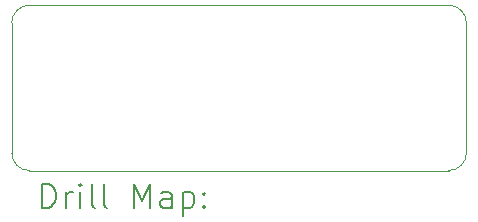
<source format=gbr>
%TF.GenerationSoftware,KiCad,Pcbnew,7.0.11-7.0.11~ubuntu22.04.1*%
%TF.CreationDate,2024-03-26T17:41:39+01:00*%
%TF.ProjectId,laserreceiver,6c617365-7272-4656-9365-697665722e6b,rev?*%
%TF.SameCoordinates,Original*%
%TF.FileFunction,Drillmap*%
%TF.FilePolarity,Positive*%
%FSLAX45Y45*%
G04 Gerber Fmt 4.5, Leading zero omitted, Abs format (unit mm)*
G04 Created by KiCad (PCBNEW 7.0.11-7.0.11~ubuntu22.04.1) date 2024-03-26 17:41:39*
%MOMM*%
%LPD*%
G01*
G04 APERTURE LIST*
%ADD10C,0.050000*%
%ADD11C,0.200000*%
G04 APERTURE END LIST*
D10*
X16800000Y-8900000D02*
G75*
G03*
X16650000Y-8750000I-150000J0D01*
G01*
X16650000Y-8750000D02*
X13100000Y-8750000D01*
X16650000Y-10150000D02*
G75*
G03*
X16800000Y-10000000I0J150000D01*
G01*
X13100000Y-8750000D02*
G75*
G03*
X12950000Y-8900000I0J-150000D01*
G01*
X13100000Y-10150000D02*
X16650000Y-10150000D01*
X16800000Y-10000000D02*
X16800000Y-8900000D01*
X12950000Y-8900000D02*
X12950000Y-10000000D01*
X12950000Y-10000000D02*
G75*
G03*
X13100000Y-10150000I150000J0D01*
G01*
D11*
X13208277Y-10463984D02*
X13208277Y-10263984D01*
X13208277Y-10263984D02*
X13255896Y-10263984D01*
X13255896Y-10263984D02*
X13284467Y-10273508D01*
X13284467Y-10273508D02*
X13303515Y-10292555D01*
X13303515Y-10292555D02*
X13313039Y-10311603D01*
X13313039Y-10311603D02*
X13322562Y-10349698D01*
X13322562Y-10349698D02*
X13322562Y-10378270D01*
X13322562Y-10378270D02*
X13313039Y-10416365D01*
X13313039Y-10416365D02*
X13303515Y-10435412D01*
X13303515Y-10435412D02*
X13284467Y-10454460D01*
X13284467Y-10454460D02*
X13255896Y-10463984D01*
X13255896Y-10463984D02*
X13208277Y-10463984D01*
X13408277Y-10463984D02*
X13408277Y-10330650D01*
X13408277Y-10368746D02*
X13417801Y-10349698D01*
X13417801Y-10349698D02*
X13427324Y-10340174D01*
X13427324Y-10340174D02*
X13446372Y-10330650D01*
X13446372Y-10330650D02*
X13465420Y-10330650D01*
X13532086Y-10463984D02*
X13532086Y-10330650D01*
X13532086Y-10263984D02*
X13522562Y-10273508D01*
X13522562Y-10273508D02*
X13532086Y-10283031D01*
X13532086Y-10283031D02*
X13541610Y-10273508D01*
X13541610Y-10273508D02*
X13532086Y-10263984D01*
X13532086Y-10263984D02*
X13532086Y-10283031D01*
X13655896Y-10463984D02*
X13636848Y-10454460D01*
X13636848Y-10454460D02*
X13627324Y-10435412D01*
X13627324Y-10435412D02*
X13627324Y-10263984D01*
X13760658Y-10463984D02*
X13741610Y-10454460D01*
X13741610Y-10454460D02*
X13732086Y-10435412D01*
X13732086Y-10435412D02*
X13732086Y-10263984D01*
X13989229Y-10463984D02*
X13989229Y-10263984D01*
X13989229Y-10263984D02*
X14055896Y-10406841D01*
X14055896Y-10406841D02*
X14122562Y-10263984D01*
X14122562Y-10263984D02*
X14122562Y-10463984D01*
X14303515Y-10463984D02*
X14303515Y-10359222D01*
X14303515Y-10359222D02*
X14293991Y-10340174D01*
X14293991Y-10340174D02*
X14274943Y-10330650D01*
X14274943Y-10330650D02*
X14236848Y-10330650D01*
X14236848Y-10330650D02*
X14217801Y-10340174D01*
X14303515Y-10454460D02*
X14284467Y-10463984D01*
X14284467Y-10463984D02*
X14236848Y-10463984D01*
X14236848Y-10463984D02*
X14217801Y-10454460D01*
X14217801Y-10454460D02*
X14208277Y-10435412D01*
X14208277Y-10435412D02*
X14208277Y-10416365D01*
X14208277Y-10416365D02*
X14217801Y-10397317D01*
X14217801Y-10397317D02*
X14236848Y-10387793D01*
X14236848Y-10387793D02*
X14284467Y-10387793D01*
X14284467Y-10387793D02*
X14303515Y-10378270D01*
X14398753Y-10330650D02*
X14398753Y-10530650D01*
X14398753Y-10340174D02*
X14417801Y-10330650D01*
X14417801Y-10330650D02*
X14455896Y-10330650D01*
X14455896Y-10330650D02*
X14474943Y-10340174D01*
X14474943Y-10340174D02*
X14484467Y-10349698D01*
X14484467Y-10349698D02*
X14493991Y-10368746D01*
X14493991Y-10368746D02*
X14493991Y-10425889D01*
X14493991Y-10425889D02*
X14484467Y-10444936D01*
X14484467Y-10444936D02*
X14474943Y-10454460D01*
X14474943Y-10454460D02*
X14455896Y-10463984D01*
X14455896Y-10463984D02*
X14417801Y-10463984D01*
X14417801Y-10463984D02*
X14398753Y-10454460D01*
X14579705Y-10444936D02*
X14589229Y-10454460D01*
X14589229Y-10454460D02*
X14579705Y-10463984D01*
X14579705Y-10463984D02*
X14570182Y-10454460D01*
X14570182Y-10454460D02*
X14579705Y-10444936D01*
X14579705Y-10444936D02*
X14579705Y-10463984D01*
X14579705Y-10340174D02*
X14589229Y-10349698D01*
X14589229Y-10349698D02*
X14579705Y-10359222D01*
X14579705Y-10359222D02*
X14570182Y-10349698D01*
X14570182Y-10349698D02*
X14579705Y-10340174D01*
X14579705Y-10340174D02*
X14579705Y-10359222D01*
M02*

</source>
